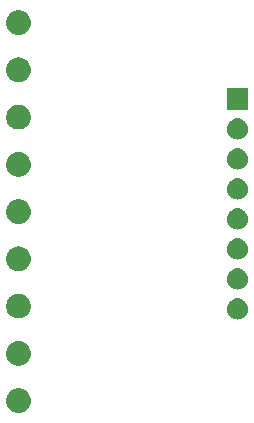
<source format=gbr>
G04 #@! TF.GenerationSoftware,KiCad,Pcbnew,8.0.2*
G04 #@! TF.CreationDate,2024-05-26T13:34:56+02:00*
G04 #@! TF.ProjectId,Playstation 2 breakout 90 degree,506c6179-7374-4617-9469-6f6e20322062,rev?*
G04 #@! TF.SameCoordinates,Original*
G04 #@! TF.FileFunction,Soldermask,Top*
G04 #@! TF.FilePolarity,Negative*
%FSLAX46Y46*%
G04 Gerber Fmt 4.6, Leading zero omitted, Abs format (unit mm)*
G04 Created by KiCad (PCBNEW 8.0.2) date 2024-05-26 13:34:56*
%MOMM*%
%LPD*%
G01*
G04 APERTURE LIST*
G04 APERTURE END LIST*
G36*
X156512938Y-96321642D02*
G01*
X156558923Y-96321642D01*
X156610139Y-96331215D01*
X156667040Y-96336820D01*
X156710261Y-96349931D01*
X156749474Y-96357261D01*
X156803785Y-96378301D01*
X156864200Y-96396628D01*
X156898720Y-96415079D01*
X156930232Y-96427287D01*
X156984977Y-96461184D01*
X157045904Y-96493750D01*
X157071506Y-96514761D01*
X157095048Y-96529338D01*
X157147212Y-96576892D01*
X157205169Y-96624456D01*
X157222342Y-96645382D01*
X157238301Y-96659930D01*
X157284629Y-96721278D01*
X157335875Y-96783721D01*
X157345783Y-96802259D01*
X157355122Y-96814625D01*
X157392274Y-96889238D01*
X157432997Y-96965425D01*
X157437340Y-96979742D01*
X157441528Y-96988153D01*
X157466267Y-97075101D01*
X157492805Y-97162585D01*
X157493676Y-97171436D01*
X157494577Y-97174600D01*
X157503938Y-97275627D01*
X157513000Y-97367625D01*
X157503938Y-97459630D01*
X157494577Y-97560649D01*
X157493676Y-97563812D01*
X157492805Y-97572665D01*
X157466262Y-97660163D01*
X157441528Y-97747096D01*
X157437341Y-97755504D01*
X157432997Y-97769825D01*
X157392267Y-97846024D01*
X157355122Y-97920624D01*
X157345785Y-97932987D01*
X157335875Y-97951529D01*
X157284620Y-98013982D01*
X157238301Y-98075319D01*
X157222345Y-98089863D01*
X157205169Y-98110794D01*
X157147201Y-98158366D01*
X157095048Y-98205911D01*
X157071511Y-98220484D01*
X157045904Y-98241500D01*
X156984965Y-98274072D01*
X156930232Y-98307962D01*
X156898726Y-98320167D01*
X156864200Y-98338622D01*
X156803773Y-98356952D01*
X156749474Y-98377988D01*
X156710268Y-98385316D01*
X156667040Y-98398430D01*
X156610136Y-98404034D01*
X156558923Y-98413608D01*
X156512938Y-98413608D01*
X156462000Y-98418625D01*
X156411062Y-98413608D01*
X156365077Y-98413608D01*
X156313863Y-98404034D01*
X156256960Y-98398430D01*
X156213732Y-98385317D01*
X156174525Y-98377988D01*
X156120221Y-98356950D01*
X156059800Y-98338622D01*
X156025275Y-98320168D01*
X155993767Y-98307962D01*
X155939027Y-98274068D01*
X155878096Y-98241500D01*
X155852491Y-98220486D01*
X155828951Y-98205911D01*
X155776788Y-98158358D01*
X155718831Y-98110794D01*
X155701656Y-98089867D01*
X155685698Y-98075319D01*
X155639367Y-98013967D01*
X155588125Y-97951529D01*
X155578216Y-97932991D01*
X155568877Y-97920624D01*
X155531717Y-97845997D01*
X155491003Y-97769825D01*
X155486660Y-97755509D01*
X155482471Y-97747096D01*
X155457721Y-97660110D01*
X155431195Y-97572665D01*
X155430323Y-97563817D01*
X155429422Y-97560649D01*
X155420044Y-97459458D01*
X155411000Y-97367625D01*
X155420044Y-97275798D01*
X155429422Y-97174600D01*
X155430323Y-97171430D01*
X155431195Y-97162585D01*
X155457716Y-97075154D01*
X155482471Y-96988153D01*
X155486661Y-96979737D01*
X155491003Y-96965425D01*
X155531710Y-96889266D01*
X155568877Y-96814625D01*
X155578218Y-96802254D01*
X155588125Y-96783721D01*
X155639357Y-96721293D01*
X155685698Y-96659930D01*
X155701660Y-96645378D01*
X155718831Y-96624456D01*
X155776777Y-96576900D01*
X155828951Y-96529338D01*
X155852496Y-96514759D01*
X155878096Y-96493750D01*
X155939015Y-96461188D01*
X155993767Y-96427287D01*
X156025282Y-96415077D01*
X156059800Y-96396628D01*
X156120209Y-96378302D01*
X156174525Y-96357261D01*
X156213739Y-96349930D01*
X156256960Y-96336820D01*
X156313860Y-96331215D01*
X156365077Y-96321642D01*
X156411062Y-96321642D01*
X156462000Y-96316625D01*
X156512938Y-96321642D01*
G37*
G36*
X156512938Y-92321642D02*
G01*
X156558923Y-92321642D01*
X156610139Y-92331215D01*
X156667040Y-92336820D01*
X156710261Y-92349931D01*
X156749474Y-92357261D01*
X156803785Y-92378301D01*
X156864200Y-92396628D01*
X156898720Y-92415079D01*
X156930232Y-92427287D01*
X156984977Y-92461184D01*
X157045904Y-92493750D01*
X157071506Y-92514761D01*
X157095048Y-92529338D01*
X157147212Y-92576892D01*
X157205169Y-92624456D01*
X157222342Y-92645382D01*
X157238301Y-92659930D01*
X157284629Y-92721278D01*
X157335875Y-92783721D01*
X157345783Y-92802259D01*
X157355122Y-92814625D01*
X157392274Y-92889238D01*
X157432997Y-92965425D01*
X157437340Y-92979742D01*
X157441528Y-92988153D01*
X157466267Y-93075101D01*
X157492805Y-93162585D01*
X157493676Y-93171436D01*
X157494577Y-93174600D01*
X157503938Y-93275627D01*
X157513000Y-93367625D01*
X157503938Y-93459630D01*
X157494577Y-93560649D01*
X157493676Y-93563812D01*
X157492805Y-93572665D01*
X157466262Y-93660163D01*
X157441528Y-93747096D01*
X157437341Y-93755504D01*
X157432997Y-93769825D01*
X157392267Y-93846024D01*
X157355122Y-93920624D01*
X157345785Y-93932987D01*
X157335875Y-93951529D01*
X157284620Y-94013982D01*
X157238301Y-94075319D01*
X157222345Y-94089863D01*
X157205169Y-94110794D01*
X157147201Y-94158366D01*
X157095048Y-94205911D01*
X157071511Y-94220484D01*
X157045904Y-94241500D01*
X156984965Y-94274072D01*
X156930232Y-94307962D01*
X156898726Y-94320167D01*
X156864200Y-94338622D01*
X156803773Y-94356952D01*
X156749474Y-94377988D01*
X156710268Y-94385316D01*
X156667040Y-94398430D01*
X156610136Y-94404034D01*
X156558923Y-94413608D01*
X156512938Y-94413608D01*
X156462000Y-94418625D01*
X156411062Y-94413608D01*
X156365077Y-94413608D01*
X156313863Y-94404034D01*
X156256960Y-94398430D01*
X156213732Y-94385317D01*
X156174525Y-94377988D01*
X156120221Y-94356950D01*
X156059800Y-94338622D01*
X156025275Y-94320168D01*
X155993767Y-94307962D01*
X155939027Y-94274068D01*
X155878096Y-94241500D01*
X155852491Y-94220486D01*
X155828951Y-94205911D01*
X155776788Y-94158358D01*
X155718831Y-94110794D01*
X155701656Y-94089867D01*
X155685698Y-94075319D01*
X155639367Y-94013967D01*
X155588125Y-93951529D01*
X155578216Y-93932991D01*
X155568877Y-93920624D01*
X155531717Y-93845997D01*
X155491003Y-93769825D01*
X155486660Y-93755509D01*
X155482471Y-93747096D01*
X155457721Y-93660110D01*
X155431195Y-93572665D01*
X155430323Y-93563817D01*
X155429422Y-93560649D01*
X155420044Y-93459458D01*
X155411000Y-93367625D01*
X155420044Y-93275798D01*
X155429422Y-93174600D01*
X155430323Y-93171430D01*
X155431195Y-93162585D01*
X155457716Y-93075154D01*
X155482471Y-92988153D01*
X155486661Y-92979737D01*
X155491003Y-92965425D01*
X155531710Y-92889266D01*
X155568877Y-92814625D01*
X155578218Y-92802254D01*
X155588125Y-92783721D01*
X155639357Y-92721293D01*
X155685698Y-92659930D01*
X155701660Y-92645378D01*
X155718831Y-92624456D01*
X155776777Y-92576900D01*
X155828951Y-92529338D01*
X155852496Y-92514759D01*
X155878096Y-92493750D01*
X155939015Y-92461188D01*
X155993767Y-92427287D01*
X156025282Y-92415077D01*
X156059800Y-92396628D01*
X156120209Y-92378302D01*
X156174525Y-92357261D01*
X156213739Y-92349930D01*
X156256960Y-92336820D01*
X156313860Y-92331215D01*
X156365077Y-92321642D01*
X156411062Y-92321642D01*
X156462000Y-92316625D01*
X156512938Y-92321642D01*
G37*
G36*
X175047983Y-88714936D02*
G01*
X175098180Y-88714936D01*
X175141524Y-88724149D01*
X175179659Y-88727905D01*
X175227566Y-88742437D01*
X175282424Y-88754098D01*
X175317530Y-88769728D01*
X175348566Y-88779143D01*
X175397884Y-88805504D01*
X175454500Y-88830711D01*
X175480822Y-88849835D01*
X175504232Y-88862348D01*
X175551988Y-88901540D01*
X175606887Y-88941427D01*
X175624711Y-88961223D01*
X175640675Y-88974324D01*
X175683572Y-89026594D01*
X175732924Y-89081405D01*
X175743292Y-89099363D01*
X175752651Y-89110767D01*
X175787273Y-89175542D01*
X175827104Y-89244530D01*
X175831685Y-89258630D01*
X175835856Y-89266433D01*
X175858852Y-89342242D01*
X175885311Y-89423672D01*
X175886242Y-89432532D01*
X175887094Y-89435340D01*
X175895384Y-89519513D01*
X175905000Y-89611000D01*
X175895383Y-89702494D01*
X175887094Y-89786659D01*
X175886242Y-89789466D01*
X175885311Y-89798328D01*
X175858848Y-89879771D01*
X175835856Y-89955566D01*
X175831686Y-89963366D01*
X175827104Y-89977470D01*
X175787266Y-90046470D01*
X175752651Y-90111232D01*
X175743294Y-90122633D01*
X175732924Y-90140595D01*
X175683563Y-90195415D01*
X175640675Y-90247675D01*
X175624714Y-90260773D01*
X175606887Y-90280573D01*
X175551977Y-90320467D01*
X175504232Y-90359651D01*
X175480827Y-90372161D01*
X175454500Y-90391289D01*
X175397873Y-90416500D01*
X175348566Y-90442856D01*
X175317537Y-90452268D01*
X175282424Y-90467902D01*
X175227555Y-90479564D01*
X175179659Y-90494094D01*
X175141532Y-90497849D01*
X175098180Y-90507064D01*
X175047973Y-90507064D01*
X175004000Y-90511395D01*
X174960027Y-90507064D01*
X174909820Y-90507064D01*
X174866467Y-90497849D01*
X174828340Y-90494094D01*
X174780441Y-90479563D01*
X174725576Y-90467902D01*
X174690464Y-90452269D01*
X174659433Y-90442856D01*
X174610120Y-90416498D01*
X174553500Y-90391289D01*
X174527175Y-90372163D01*
X174503767Y-90359651D01*
X174456013Y-90320460D01*
X174401113Y-90280573D01*
X174383287Y-90260776D01*
X174367324Y-90247675D01*
X174324425Y-90195402D01*
X174275076Y-90140595D01*
X174264708Y-90122637D01*
X174255348Y-90111232D01*
X174220719Y-90046447D01*
X174180896Y-89977470D01*
X174176315Y-89963371D01*
X174172143Y-89955566D01*
X174149136Y-89879725D01*
X174122689Y-89798328D01*
X174121758Y-89789471D01*
X174120905Y-89786659D01*
X174112600Y-89702342D01*
X174103000Y-89611000D01*
X174112599Y-89519664D01*
X174120905Y-89435340D01*
X174121758Y-89432527D01*
X174122689Y-89423672D01*
X174149132Y-89342288D01*
X174172143Y-89266433D01*
X174176315Y-89258626D01*
X174180896Y-89244530D01*
X174220712Y-89175565D01*
X174255348Y-89110767D01*
X174264710Y-89099359D01*
X174275076Y-89081405D01*
X174324416Y-89026607D01*
X174367324Y-88974324D01*
X174383291Y-88961219D01*
X174401113Y-88941427D01*
X174456002Y-88901546D01*
X174503767Y-88862348D01*
X174527180Y-88849833D01*
X174553500Y-88830711D01*
X174610109Y-88805506D01*
X174659433Y-88779143D01*
X174690471Y-88769727D01*
X174725576Y-88754098D01*
X174780430Y-88742438D01*
X174828340Y-88727905D01*
X174866476Y-88724148D01*
X174909820Y-88714936D01*
X174960016Y-88714936D01*
X175004000Y-88710604D01*
X175047983Y-88714936D01*
G37*
G36*
X156512938Y-88321642D02*
G01*
X156558923Y-88321642D01*
X156610139Y-88331215D01*
X156667040Y-88336820D01*
X156710261Y-88349931D01*
X156749474Y-88357261D01*
X156803785Y-88378301D01*
X156864200Y-88396628D01*
X156898720Y-88415079D01*
X156930232Y-88427287D01*
X156984977Y-88461184D01*
X157045904Y-88493750D01*
X157071506Y-88514761D01*
X157095048Y-88529338D01*
X157147212Y-88576892D01*
X157205169Y-88624456D01*
X157222342Y-88645382D01*
X157238301Y-88659930D01*
X157284629Y-88721278D01*
X157335875Y-88783721D01*
X157345783Y-88802259D01*
X157355122Y-88814625D01*
X157392274Y-88889238D01*
X157432997Y-88965425D01*
X157437340Y-88979742D01*
X157441528Y-88988153D01*
X157466267Y-89075101D01*
X157492805Y-89162585D01*
X157493676Y-89171436D01*
X157494577Y-89174600D01*
X157503938Y-89275627D01*
X157513000Y-89367625D01*
X157503938Y-89459630D01*
X157494577Y-89560649D01*
X157493676Y-89563812D01*
X157492805Y-89572665D01*
X157466262Y-89660163D01*
X157441528Y-89747096D01*
X157437341Y-89755504D01*
X157432997Y-89769825D01*
X157392267Y-89846024D01*
X157355122Y-89920624D01*
X157345785Y-89932987D01*
X157335875Y-89951529D01*
X157284620Y-90013982D01*
X157238301Y-90075319D01*
X157222345Y-90089863D01*
X157205169Y-90110794D01*
X157147201Y-90158366D01*
X157095048Y-90205911D01*
X157071511Y-90220484D01*
X157045904Y-90241500D01*
X156984965Y-90274072D01*
X156930232Y-90307962D01*
X156898726Y-90320167D01*
X156864200Y-90338622D01*
X156803773Y-90356952D01*
X156749474Y-90377988D01*
X156710268Y-90385316D01*
X156667040Y-90398430D01*
X156610136Y-90404034D01*
X156558923Y-90413608D01*
X156512938Y-90413608D01*
X156462000Y-90418625D01*
X156411062Y-90413608D01*
X156365077Y-90413608D01*
X156313863Y-90404034D01*
X156256960Y-90398430D01*
X156213732Y-90385317D01*
X156174525Y-90377988D01*
X156120221Y-90356950D01*
X156059800Y-90338622D01*
X156025275Y-90320168D01*
X155993767Y-90307962D01*
X155939027Y-90274068D01*
X155878096Y-90241500D01*
X155852491Y-90220486D01*
X155828951Y-90205911D01*
X155776788Y-90158358D01*
X155718831Y-90110794D01*
X155701656Y-90089867D01*
X155685698Y-90075319D01*
X155639367Y-90013967D01*
X155588125Y-89951529D01*
X155578216Y-89932991D01*
X155568877Y-89920624D01*
X155531717Y-89845997D01*
X155491003Y-89769825D01*
X155486660Y-89755509D01*
X155482471Y-89747096D01*
X155457721Y-89660110D01*
X155431195Y-89572665D01*
X155430323Y-89563817D01*
X155429422Y-89560649D01*
X155420044Y-89459458D01*
X155411000Y-89367625D01*
X155420044Y-89275798D01*
X155429422Y-89174600D01*
X155430323Y-89171430D01*
X155431195Y-89162585D01*
X155457716Y-89075154D01*
X155482471Y-88988153D01*
X155486661Y-88979737D01*
X155491003Y-88965425D01*
X155531710Y-88889266D01*
X155568877Y-88814625D01*
X155578218Y-88802254D01*
X155588125Y-88783721D01*
X155639357Y-88721293D01*
X155685698Y-88659930D01*
X155701660Y-88645378D01*
X155718831Y-88624456D01*
X155776777Y-88576900D01*
X155828951Y-88529338D01*
X155852496Y-88514759D01*
X155878096Y-88493750D01*
X155939015Y-88461188D01*
X155993767Y-88427287D01*
X156025282Y-88415077D01*
X156059800Y-88396628D01*
X156120209Y-88378302D01*
X156174525Y-88357261D01*
X156213739Y-88349930D01*
X156256960Y-88336820D01*
X156313860Y-88331215D01*
X156365077Y-88321642D01*
X156411062Y-88321642D01*
X156462000Y-88316625D01*
X156512938Y-88321642D01*
G37*
G36*
X175047983Y-86174936D02*
G01*
X175098180Y-86174936D01*
X175141524Y-86184149D01*
X175179659Y-86187905D01*
X175227566Y-86202437D01*
X175282424Y-86214098D01*
X175317530Y-86229728D01*
X175348566Y-86239143D01*
X175397884Y-86265504D01*
X175454500Y-86290711D01*
X175480822Y-86309835D01*
X175504232Y-86322348D01*
X175551988Y-86361540D01*
X175606887Y-86401427D01*
X175624711Y-86421223D01*
X175640675Y-86434324D01*
X175683572Y-86486594D01*
X175732924Y-86541405D01*
X175743292Y-86559363D01*
X175752651Y-86570767D01*
X175787273Y-86635542D01*
X175827104Y-86704530D01*
X175831685Y-86718630D01*
X175835856Y-86726433D01*
X175858852Y-86802242D01*
X175885311Y-86883672D01*
X175886242Y-86892532D01*
X175887094Y-86895340D01*
X175895384Y-86979513D01*
X175905000Y-87071000D01*
X175895383Y-87162494D01*
X175887094Y-87246659D01*
X175886242Y-87249466D01*
X175885311Y-87258328D01*
X175858848Y-87339771D01*
X175835856Y-87415566D01*
X175831686Y-87423366D01*
X175827104Y-87437470D01*
X175787266Y-87506470D01*
X175752651Y-87571232D01*
X175743294Y-87582633D01*
X175732924Y-87600595D01*
X175683563Y-87655415D01*
X175640675Y-87707675D01*
X175624714Y-87720773D01*
X175606887Y-87740573D01*
X175551977Y-87780467D01*
X175504232Y-87819651D01*
X175480827Y-87832161D01*
X175454500Y-87851289D01*
X175397873Y-87876500D01*
X175348566Y-87902856D01*
X175317537Y-87912268D01*
X175282424Y-87927902D01*
X175227555Y-87939564D01*
X175179659Y-87954094D01*
X175141532Y-87957849D01*
X175098180Y-87967064D01*
X175047973Y-87967064D01*
X175004000Y-87971395D01*
X174960027Y-87967064D01*
X174909820Y-87967064D01*
X174866467Y-87957849D01*
X174828340Y-87954094D01*
X174780441Y-87939563D01*
X174725576Y-87927902D01*
X174690464Y-87912269D01*
X174659433Y-87902856D01*
X174610120Y-87876498D01*
X174553500Y-87851289D01*
X174527175Y-87832163D01*
X174503767Y-87819651D01*
X174456013Y-87780460D01*
X174401113Y-87740573D01*
X174383287Y-87720776D01*
X174367324Y-87707675D01*
X174324425Y-87655402D01*
X174275076Y-87600595D01*
X174264708Y-87582637D01*
X174255348Y-87571232D01*
X174220719Y-87506447D01*
X174180896Y-87437470D01*
X174176315Y-87423371D01*
X174172143Y-87415566D01*
X174149136Y-87339725D01*
X174122689Y-87258328D01*
X174121758Y-87249471D01*
X174120905Y-87246659D01*
X174112600Y-87162342D01*
X174103000Y-87071000D01*
X174112599Y-86979664D01*
X174120905Y-86895340D01*
X174121758Y-86892527D01*
X174122689Y-86883672D01*
X174149132Y-86802288D01*
X174172143Y-86726433D01*
X174176315Y-86718626D01*
X174180896Y-86704530D01*
X174220712Y-86635565D01*
X174255348Y-86570767D01*
X174264710Y-86559359D01*
X174275076Y-86541405D01*
X174324416Y-86486607D01*
X174367324Y-86434324D01*
X174383291Y-86421219D01*
X174401113Y-86401427D01*
X174456002Y-86361546D01*
X174503767Y-86322348D01*
X174527180Y-86309833D01*
X174553500Y-86290711D01*
X174610109Y-86265506D01*
X174659433Y-86239143D01*
X174690471Y-86229727D01*
X174725576Y-86214098D01*
X174780430Y-86202438D01*
X174828340Y-86187905D01*
X174866476Y-86184148D01*
X174909820Y-86174936D01*
X174960016Y-86174936D01*
X175004000Y-86170604D01*
X175047983Y-86174936D01*
G37*
G36*
X156512938Y-84321642D02*
G01*
X156558923Y-84321642D01*
X156610139Y-84331215D01*
X156667040Y-84336820D01*
X156710261Y-84349931D01*
X156749474Y-84357261D01*
X156803785Y-84378301D01*
X156864200Y-84396628D01*
X156898720Y-84415079D01*
X156930232Y-84427287D01*
X156984977Y-84461184D01*
X157045904Y-84493750D01*
X157071506Y-84514761D01*
X157095048Y-84529338D01*
X157147212Y-84576892D01*
X157205169Y-84624456D01*
X157222342Y-84645382D01*
X157238301Y-84659930D01*
X157284629Y-84721278D01*
X157335875Y-84783721D01*
X157345783Y-84802259D01*
X157355122Y-84814625D01*
X157392274Y-84889238D01*
X157432997Y-84965425D01*
X157437340Y-84979742D01*
X157441528Y-84988153D01*
X157466267Y-85075101D01*
X157492805Y-85162585D01*
X157493676Y-85171436D01*
X157494577Y-85174600D01*
X157503938Y-85275627D01*
X157513000Y-85367625D01*
X157503938Y-85459630D01*
X157494577Y-85560649D01*
X157493676Y-85563812D01*
X157492805Y-85572665D01*
X157466262Y-85660163D01*
X157441528Y-85747096D01*
X157437341Y-85755504D01*
X157432997Y-85769825D01*
X157392267Y-85846024D01*
X157355122Y-85920624D01*
X157345785Y-85932987D01*
X157335875Y-85951529D01*
X157284620Y-86013982D01*
X157238301Y-86075319D01*
X157222345Y-86089863D01*
X157205169Y-86110794D01*
X157147201Y-86158366D01*
X157095048Y-86205911D01*
X157071511Y-86220484D01*
X157045904Y-86241500D01*
X156984965Y-86274072D01*
X156930232Y-86307962D01*
X156898726Y-86320167D01*
X156864200Y-86338622D01*
X156803773Y-86356952D01*
X156749474Y-86377988D01*
X156710268Y-86385316D01*
X156667040Y-86398430D01*
X156610136Y-86404034D01*
X156558923Y-86413608D01*
X156512938Y-86413608D01*
X156462000Y-86418625D01*
X156411062Y-86413608D01*
X156365077Y-86413608D01*
X156313863Y-86404034D01*
X156256960Y-86398430D01*
X156213732Y-86385317D01*
X156174525Y-86377988D01*
X156120221Y-86356950D01*
X156059800Y-86338622D01*
X156025275Y-86320168D01*
X155993767Y-86307962D01*
X155939027Y-86274068D01*
X155878096Y-86241500D01*
X155852491Y-86220486D01*
X155828951Y-86205911D01*
X155776788Y-86158358D01*
X155718831Y-86110794D01*
X155701656Y-86089867D01*
X155685698Y-86075319D01*
X155639367Y-86013967D01*
X155588125Y-85951529D01*
X155578216Y-85932991D01*
X155568877Y-85920624D01*
X155531717Y-85845997D01*
X155491003Y-85769825D01*
X155486660Y-85755509D01*
X155482471Y-85747096D01*
X155457721Y-85660110D01*
X155431195Y-85572665D01*
X155430323Y-85563817D01*
X155429422Y-85560649D01*
X155420044Y-85459458D01*
X155411000Y-85367625D01*
X155420044Y-85275798D01*
X155429422Y-85174600D01*
X155430323Y-85171430D01*
X155431195Y-85162585D01*
X155457716Y-85075154D01*
X155482471Y-84988153D01*
X155486661Y-84979737D01*
X155491003Y-84965425D01*
X155531710Y-84889266D01*
X155568877Y-84814625D01*
X155578218Y-84802254D01*
X155588125Y-84783721D01*
X155639357Y-84721293D01*
X155685698Y-84659930D01*
X155701660Y-84645378D01*
X155718831Y-84624456D01*
X155776777Y-84576900D01*
X155828951Y-84529338D01*
X155852496Y-84514759D01*
X155878096Y-84493750D01*
X155939015Y-84461188D01*
X155993767Y-84427287D01*
X156025282Y-84415077D01*
X156059800Y-84396628D01*
X156120209Y-84378302D01*
X156174525Y-84357261D01*
X156213739Y-84349930D01*
X156256960Y-84336820D01*
X156313860Y-84331215D01*
X156365077Y-84321642D01*
X156411062Y-84321642D01*
X156462000Y-84316625D01*
X156512938Y-84321642D01*
G37*
G36*
X175047983Y-83634936D02*
G01*
X175098180Y-83634936D01*
X175141524Y-83644149D01*
X175179659Y-83647905D01*
X175227566Y-83662437D01*
X175282424Y-83674098D01*
X175317530Y-83689728D01*
X175348566Y-83699143D01*
X175397884Y-83725504D01*
X175454500Y-83750711D01*
X175480822Y-83769835D01*
X175504232Y-83782348D01*
X175551988Y-83821540D01*
X175606887Y-83861427D01*
X175624711Y-83881223D01*
X175640675Y-83894324D01*
X175683572Y-83946594D01*
X175732924Y-84001405D01*
X175743292Y-84019363D01*
X175752651Y-84030767D01*
X175787273Y-84095542D01*
X175827104Y-84164530D01*
X175831685Y-84178630D01*
X175835856Y-84186433D01*
X175858852Y-84262242D01*
X175885311Y-84343672D01*
X175886242Y-84352532D01*
X175887094Y-84355340D01*
X175895384Y-84439513D01*
X175905000Y-84531000D01*
X175895383Y-84622494D01*
X175887094Y-84706659D01*
X175886242Y-84709466D01*
X175885311Y-84718328D01*
X175858848Y-84799771D01*
X175835856Y-84875566D01*
X175831686Y-84883366D01*
X175827104Y-84897470D01*
X175787266Y-84966470D01*
X175752651Y-85031232D01*
X175743294Y-85042633D01*
X175732924Y-85060595D01*
X175683563Y-85115415D01*
X175640675Y-85167675D01*
X175624714Y-85180773D01*
X175606887Y-85200573D01*
X175551977Y-85240467D01*
X175504232Y-85279651D01*
X175480827Y-85292161D01*
X175454500Y-85311289D01*
X175397873Y-85336500D01*
X175348566Y-85362856D01*
X175317537Y-85372268D01*
X175282424Y-85387902D01*
X175227555Y-85399564D01*
X175179659Y-85414094D01*
X175141532Y-85417849D01*
X175098180Y-85427064D01*
X175047973Y-85427064D01*
X175004000Y-85431395D01*
X174960027Y-85427064D01*
X174909820Y-85427064D01*
X174866467Y-85417849D01*
X174828340Y-85414094D01*
X174780441Y-85399563D01*
X174725576Y-85387902D01*
X174690464Y-85372269D01*
X174659433Y-85362856D01*
X174610120Y-85336498D01*
X174553500Y-85311289D01*
X174527175Y-85292163D01*
X174503767Y-85279651D01*
X174456013Y-85240460D01*
X174401113Y-85200573D01*
X174383287Y-85180776D01*
X174367324Y-85167675D01*
X174324425Y-85115402D01*
X174275076Y-85060595D01*
X174264708Y-85042637D01*
X174255348Y-85031232D01*
X174220719Y-84966447D01*
X174180896Y-84897470D01*
X174176315Y-84883371D01*
X174172143Y-84875566D01*
X174149136Y-84799725D01*
X174122689Y-84718328D01*
X174121758Y-84709471D01*
X174120905Y-84706659D01*
X174112600Y-84622342D01*
X174103000Y-84531000D01*
X174112599Y-84439664D01*
X174120905Y-84355340D01*
X174121758Y-84352527D01*
X174122689Y-84343672D01*
X174149132Y-84262288D01*
X174172143Y-84186433D01*
X174176315Y-84178626D01*
X174180896Y-84164530D01*
X174220712Y-84095565D01*
X174255348Y-84030767D01*
X174264710Y-84019359D01*
X174275076Y-84001405D01*
X174324416Y-83946607D01*
X174367324Y-83894324D01*
X174383291Y-83881219D01*
X174401113Y-83861427D01*
X174456002Y-83821546D01*
X174503767Y-83782348D01*
X174527180Y-83769833D01*
X174553500Y-83750711D01*
X174610109Y-83725506D01*
X174659433Y-83699143D01*
X174690471Y-83689727D01*
X174725576Y-83674098D01*
X174780430Y-83662438D01*
X174828340Y-83647905D01*
X174866476Y-83644148D01*
X174909820Y-83634936D01*
X174960016Y-83634936D01*
X175004000Y-83630604D01*
X175047983Y-83634936D01*
G37*
G36*
X175047983Y-81094936D02*
G01*
X175098180Y-81094936D01*
X175141524Y-81104149D01*
X175179659Y-81107905D01*
X175227566Y-81122437D01*
X175282424Y-81134098D01*
X175317530Y-81149728D01*
X175348566Y-81159143D01*
X175397884Y-81185504D01*
X175454500Y-81210711D01*
X175480822Y-81229835D01*
X175504232Y-81242348D01*
X175551988Y-81281540D01*
X175606887Y-81321427D01*
X175624711Y-81341223D01*
X175640675Y-81354324D01*
X175683572Y-81406594D01*
X175732924Y-81461405D01*
X175743292Y-81479363D01*
X175752651Y-81490767D01*
X175787273Y-81555542D01*
X175827104Y-81624530D01*
X175831685Y-81638630D01*
X175835856Y-81646433D01*
X175858852Y-81722242D01*
X175885311Y-81803672D01*
X175886242Y-81812532D01*
X175887094Y-81815340D01*
X175895384Y-81899513D01*
X175905000Y-81991000D01*
X175895383Y-82082494D01*
X175887094Y-82166659D01*
X175886242Y-82169466D01*
X175885311Y-82178328D01*
X175858848Y-82259771D01*
X175835856Y-82335566D01*
X175831686Y-82343366D01*
X175827104Y-82357470D01*
X175787266Y-82426470D01*
X175752651Y-82491232D01*
X175743294Y-82502633D01*
X175732924Y-82520595D01*
X175683563Y-82575415D01*
X175640675Y-82627675D01*
X175624714Y-82640773D01*
X175606887Y-82660573D01*
X175551977Y-82700467D01*
X175504232Y-82739651D01*
X175480827Y-82752161D01*
X175454500Y-82771289D01*
X175397873Y-82796500D01*
X175348566Y-82822856D01*
X175317537Y-82832268D01*
X175282424Y-82847902D01*
X175227555Y-82859564D01*
X175179659Y-82874094D01*
X175141532Y-82877849D01*
X175098180Y-82887064D01*
X175047973Y-82887064D01*
X175004000Y-82891395D01*
X174960027Y-82887064D01*
X174909820Y-82887064D01*
X174866467Y-82877849D01*
X174828340Y-82874094D01*
X174780441Y-82859563D01*
X174725576Y-82847902D01*
X174690464Y-82832269D01*
X174659433Y-82822856D01*
X174610120Y-82796498D01*
X174553500Y-82771289D01*
X174527175Y-82752163D01*
X174503767Y-82739651D01*
X174456013Y-82700460D01*
X174401113Y-82660573D01*
X174383287Y-82640776D01*
X174367324Y-82627675D01*
X174324425Y-82575402D01*
X174275076Y-82520595D01*
X174264708Y-82502637D01*
X174255348Y-82491232D01*
X174220719Y-82426447D01*
X174180896Y-82357470D01*
X174176315Y-82343371D01*
X174172143Y-82335566D01*
X174149136Y-82259725D01*
X174122689Y-82178328D01*
X174121758Y-82169471D01*
X174120905Y-82166659D01*
X174112600Y-82082342D01*
X174103000Y-81991000D01*
X174112599Y-81899664D01*
X174120905Y-81815340D01*
X174121758Y-81812527D01*
X174122689Y-81803672D01*
X174149132Y-81722288D01*
X174172143Y-81646433D01*
X174176315Y-81638626D01*
X174180896Y-81624530D01*
X174220712Y-81555565D01*
X174255348Y-81490767D01*
X174264710Y-81479359D01*
X174275076Y-81461405D01*
X174324416Y-81406607D01*
X174367324Y-81354324D01*
X174383291Y-81341219D01*
X174401113Y-81321427D01*
X174456002Y-81281546D01*
X174503767Y-81242348D01*
X174527180Y-81229833D01*
X174553500Y-81210711D01*
X174610109Y-81185506D01*
X174659433Y-81159143D01*
X174690471Y-81149727D01*
X174725576Y-81134098D01*
X174780430Y-81122438D01*
X174828340Y-81107905D01*
X174866476Y-81104148D01*
X174909820Y-81094936D01*
X174960016Y-81094936D01*
X175004000Y-81090604D01*
X175047983Y-81094936D01*
G37*
G36*
X156512938Y-80321642D02*
G01*
X156558923Y-80321642D01*
X156610139Y-80331215D01*
X156667040Y-80336820D01*
X156710261Y-80349931D01*
X156749474Y-80357261D01*
X156803785Y-80378301D01*
X156864200Y-80396628D01*
X156898720Y-80415079D01*
X156930232Y-80427287D01*
X156984977Y-80461184D01*
X157045904Y-80493750D01*
X157071506Y-80514761D01*
X157095048Y-80529338D01*
X157147212Y-80576892D01*
X157205169Y-80624456D01*
X157222342Y-80645382D01*
X157238301Y-80659930D01*
X157284629Y-80721278D01*
X157335875Y-80783721D01*
X157345783Y-80802259D01*
X157355122Y-80814625D01*
X157392274Y-80889238D01*
X157432997Y-80965425D01*
X157437340Y-80979742D01*
X157441528Y-80988153D01*
X157466267Y-81075101D01*
X157492805Y-81162585D01*
X157493676Y-81171436D01*
X157494577Y-81174600D01*
X157503938Y-81275627D01*
X157513000Y-81367625D01*
X157503938Y-81459630D01*
X157494577Y-81560649D01*
X157493676Y-81563812D01*
X157492805Y-81572665D01*
X157466262Y-81660163D01*
X157441528Y-81747096D01*
X157437341Y-81755504D01*
X157432997Y-81769825D01*
X157392267Y-81846024D01*
X157355122Y-81920624D01*
X157345785Y-81932987D01*
X157335875Y-81951529D01*
X157284620Y-82013982D01*
X157238301Y-82075319D01*
X157222345Y-82089863D01*
X157205169Y-82110794D01*
X157147201Y-82158366D01*
X157095048Y-82205911D01*
X157071511Y-82220484D01*
X157045904Y-82241500D01*
X156984965Y-82274072D01*
X156930232Y-82307962D01*
X156898726Y-82320167D01*
X156864200Y-82338622D01*
X156803773Y-82356952D01*
X156749474Y-82377988D01*
X156710268Y-82385316D01*
X156667040Y-82398430D01*
X156610136Y-82404034D01*
X156558923Y-82413608D01*
X156512938Y-82413608D01*
X156462000Y-82418625D01*
X156411062Y-82413608D01*
X156365077Y-82413608D01*
X156313863Y-82404034D01*
X156256960Y-82398430D01*
X156213732Y-82385317D01*
X156174525Y-82377988D01*
X156120221Y-82356950D01*
X156059800Y-82338622D01*
X156025275Y-82320168D01*
X155993767Y-82307962D01*
X155939027Y-82274068D01*
X155878096Y-82241500D01*
X155852491Y-82220486D01*
X155828951Y-82205911D01*
X155776788Y-82158358D01*
X155718831Y-82110794D01*
X155701656Y-82089867D01*
X155685698Y-82075319D01*
X155639367Y-82013967D01*
X155588125Y-81951529D01*
X155578216Y-81932991D01*
X155568877Y-81920624D01*
X155531717Y-81845997D01*
X155491003Y-81769825D01*
X155486660Y-81755509D01*
X155482471Y-81747096D01*
X155457721Y-81660110D01*
X155431195Y-81572665D01*
X155430323Y-81563817D01*
X155429422Y-81560649D01*
X155420044Y-81459458D01*
X155411000Y-81367625D01*
X155420044Y-81275798D01*
X155429422Y-81174600D01*
X155430323Y-81171430D01*
X155431195Y-81162585D01*
X155457716Y-81075154D01*
X155482471Y-80988153D01*
X155486661Y-80979737D01*
X155491003Y-80965425D01*
X155531710Y-80889266D01*
X155568877Y-80814625D01*
X155578218Y-80802254D01*
X155588125Y-80783721D01*
X155639357Y-80721293D01*
X155685698Y-80659930D01*
X155701660Y-80645378D01*
X155718831Y-80624456D01*
X155776777Y-80576900D01*
X155828951Y-80529338D01*
X155852496Y-80514759D01*
X155878096Y-80493750D01*
X155939015Y-80461188D01*
X155993767Y-80427287D01*
X156025282Y-80415077D01*
X156059800Y-80396628D01*
X156120209Y-80378302D01*
X156174525Y-80357261D01*
X156213739Y-80349930D01*
X156256960Y-80336820D01*
X156313860Y-80331215D01*
X156365077Y-80321642D01*
X156411062Y-80321642D01*
X156462000Y-80316625D01*
X156512938Y-80321642D01*
G37*
G36*
X175047983Y-78554936D02*
G01*
X175098180Y-78554936D01*
X175141524Y-78564149D01*
X175179659Y-78567905D01*
X175227566Y-78582437D01*
X175282424Y-78594098D01*
X175317530Y-78609728D01*
X175348566Y-78619143D01*
X175397884Y-78645504D01*
X175454500Y-78670711D01*
X175480822Y-78689835D01*
X175504232Y-78702348D01*
X175551988Y-78741540D01*
X175606887Y-78781427D01*
X175624711Y-78801223D01*
X175640675Y-78814324D01*
X175683572Y-78866594D01*
X175732924Y-78921405D01*
X175743292Y-78939363D01*
X175752651Y-78950767D01*
X175787273Y-79015542D01*
X175827104Y-79084530D01*
X175831685Y-79098630D01*
X175835856Y-79106433D01*
X175858852Y-79182242D01*
X175885311Y-79263672D01*
X175886242Y-79272532D01*
X175887094Y-79275340D01*
X175895384Y-79359513D01*
X175905000Y-79451000D01*
X175895383Y-79542494D01*
X175887094Y-79626659D01*
X175886242Y-79629466D01*
X175885311Y-79638328D01*
X175858848Y-79719771D01*
X175835856Y-79795566D01*
X175831686Y-79803366D01*
X175827104Y-79817470D01*
X175787266Y-79886470D01*
X175752651Y-79951232D01*
X175743294Y-79962633D01*
X175732924Y-79980595D01*
X175683563Y-80035415D01*
X175640675Y-80087675D01*
X175624714Y-80100773D01*
X175606887Y-80120573D01*
X175551977Y-80160467D01*
X175504232Y-80199651D01*
X175480827Y-80212161D01*
X175454500Y-80231289D01*
X175397873Y-80256500D01*
X175348566Y-80282856D01*
X175317537Y-80292268D01*
X175282424Y-80307902D01*
X175227555Y-80319564D01*
X175179659Y-80334094D01*
X175141532Y-80337849D01*
X175098180Y-80347064D01*
X175047973Y-80347064D01*
X175004000Y-80351395D01*
X174960027Y-80347064D01*
X174909820Y-80347064D01*
X174866467Y-80337849D01*
X174828340Y-80334094D01*
X174780441Y-80319563D01*
X174725576Y-80307902D01*
X174690464Y-80292269D01*
X174659433Y-80282856D01*
X174610120Y-80256498D01*
X174553500Y-80231289D01*
X174527175Y-80212163D01*
X174503767Y-80199651D01*
X174456013Y-80160460D01*
X174401113Y-80120573D01*
X174383287Y-80100776D01*
X174367324Y-80087675D01*
X174324425Y-80035402D01*
X174275076Y-79980595D01*
X174264708Y-79962637D01*
X174255348Y-79951232D01*
X174220719Y-79886447D01*
X174180896Y-79817470D01*
X174176315Y-79803371D01*
X174172143Y-79795566D01*
X174149136Y-79719725D01*
X174122689Y-79638328D01*
X174121758Y-79629471D01*
X174120905Y-79626659D01*
X174112600Y-79542342D01*
X174103000Y-79451000D01*
X174112599Y-79359664D01*
X174120905Y-79275340D01*
X174121758Y-79272527D01*
X174122689Y-79263672D01*
X174149132Y-79182288D01*
X174172143Y-79106433D01*
X174176315Y-79098626D01*
X174180896Y-79084530D01*
X174220712Y-79015565D01*
X174255348Y-78950767D01*
X174264710Y-78939359D01*
X174275076Y-78921405D01*
X174324416Y-78866607D01*
X174367324Y-78814324D01*
X174383291Y-78801219D01*
X174401113Y-78781427D01*
X174456002Y-78741546D01*
X174503767Y-78702348D01*
X174527180Y-78689833D01*
X174553500Y-78670711D01*
X174610109Y-78645506D01*
X174659433Y-78619143D01*
X174690471Y-78609727D01*
X174725576Y-78594098D01*
X174780430Y-78582438D01*
X174828340Y-78567905D01*
X174866476Y-78564148D01*
X174909820Y-78554936D01*
X174960016Y-78554936D01*
X175004000Y-78550604D01*
X175047983Y-78554936D01*
G37*
G36*
X156512938Y-76321642D02*
G01*
X156558923Y-76321642D01*
X156610139Y-76331215D01*
X156667040Y-76336820D01*
X156710261Y-76349931D01*
X156749474Y-76357261D01*
X156803785Y-76378301D01*
X156864200Y-76396628D01*
X156898720Y-76415079D01*
X156930232Y-76427287D01*
X156984977Y-76461184D01*
X157045904Y-76493750D01*
X157071506Y-76514761D01*
X157095048Y-76529338D01*
X157147212Y-76576892D01*
X157205169Y-76624456D01*
X157222342Y-76645382D01*
X157238301Y-76659930D01*
X157284629Y-76721278D01*
X157335875Y-76783721D01*
X157345783Y-76802259D01*
X157355122Y-76814625D01*
X157392274Y-76889238D01*
X157432997Y-76965425D01*
X157437340Y-76979742D01*
X157441528Y-76988153D01*
X157466267Y-77075101D01*
X157492805Y-77162585D01*
X157493676Y-77171436D01*
X157494577Y-77174600D01*
X157503938Y-77275627D01*
X157513000Y-77367625D01*
X157503938Y-77459630D01*
X157494577Y-77560649D01*
X157493676Y-77563812D01*
X157492805Y-77572665D01*
X157466262Y-77660163D01*
X157441528Y-77747096D01*
X157437341Y-77755504D01*
X157432997Y-77769825D01*
X157392267Y-77846024D01*
X157355122Y-77920624D01*
X157345785Y-77932987D01*
X157335875Y-77951529D01*
X157284620Y-78013982D01*
X157238301Y-78075319D01*
X157222345Y-78089863D01*
X157205169Y-78110794D01*
X157147201Y-78158366D01*
X157095048Y-78205911D01*
X157071511Y-78220484D01*
X157045904Y-78241500D01*
X156984965Y-78274072D01*
X156930232Y-78307962D01*
X156898726Y-78320167D01*
X156864200Y-78338622D01*
X156803773Y-78356952D01*
X156749474Y-78377988D01*
X156710268Y-78385316D01*
X156667040Y-78398430D01*
X156610136Y-78404034D01*
X156558923Y-78413608D01*
X156512938Y-78413608D01*
X156462000Y-78418625D01*
X156411062Y-78413608D01*
X156365077Y-78413608D01*
X156313863Y-78404034D01*
X156256960Y-78398430D01*
X156213732Y-78385317D01*
X156174525Y-78377988D01*
X156120221Y-78356950D01*
X156059800Y-78338622D01*
X156025275Y-78320168D01*
X155993767Y-78307962D01*
X155939027Y-78274068D01*
X155878096Y-78241500D01*
X155852491Y-78220486D01*
X155828951Y-78205911D01*
X155776788Y-78158358D01*
X155718831Y-78110794D01*
X155701656Y-78089867D01*
X155685698Y-78075319D01*
X155639367Y-78013967D01*
X155588125Y-77951529D01*
X155578216Y-77932991D01*
X155568877Y-77920624D01*
X155531717Y-77845997D01*
X155491003Y-77769825D01*
X155486660Y-77755509D01*
X155482471Y-77747096D01*
X155457721Y-77660110D01*
X155431195Y-77572665D01*
X155430323Y-77563817D01*
X155429422Y-77560649D01*
X155420044Y-77459458D01*
X155411000Y-77367625D01*
X155420044Y-77275798D01*
X155429422Y-77174600D01*
X155430323Y-77171430D01*
X155431195Y-77162585D01*
X155457716Y-77075154D01*
X155482471Y-76988153D01*
X155486661Y-76979737D01*
X155491003Y-76965425D01*
X155531710Y-76889266D01*
X155568877Y-76814625D01*
X155578218Y-76802254D01*
X155588125Y-76783721D01*
X155639357Y-76721293D01*
X155685698Y-76659930D01*
X155701660Y-76645378D01*
X155718831Y-76624456D01*
X155776777Y-76576900D01*
X155828951Y-76529338D01*
X155852496Y-76514759D01*
X155878096Y-76493750D01*
X155939015Y-76461188D01*
X155993767Y-76427287D01*
X156025282Y-76415077D01*
X156059800Y-76396628D01*
X156120209Y-76378302D01*
X156174525Y-76357261D01*
X156213739Y-76349930D01*
X156256960Y-76336820D01*
X156313860Y-76331215D01*
X156365077Y-76321642D01*
X156411062Y-76321642D01*
X156462000Y-76316625D01*
X156512938Y-76321642D01*
G37*
G36*
X175047983Y-76014936D02*
G01*
X175098180Y-76014936D01*
X175141524Y-76024149D01*
X175179659Y-76027905D01*
X175227566Y-76042437D01*
X175282424Y-76054098D01*
X175317530Y-76069728D01*
X175348566Y-76079143D01*
X175397884Y-76105504D01*
X175454500Y-76130711D01*
X175480822Y-76149835D01*
X175504232Y-76162348D01*
X175551988Y-76201540D01*
X175606887Y-76241427D01*
X175624711Y-76261223D01*
X175640675Y-76274324D01*
X175683572Y-76326594D01*
X175732924Y-76381405D01*
X175743292Y-76399363D01*
X175752651Y-76410767D01*
X175787273Y-76475542D01*
X175827104Y-76544530D01*
X175831685Y-76558630D01*
X175835856Y-76566433D01*
X175858852Y-76642242D01*
X175885311Y-76723672D01*
X175886242Y-76732532D01*
X175887094Y-76735340D01*
X175895384Y-76819513D01*
X175905000Y-76911000D01*
X175895383Y-77002494D01*
X175887094Y-77086659D01*
X175886242Y-77089466D01*
X175885311Y-77098328D01*
X175858848Y-77179771D01*
X175835856Y-77255566D01*
X175831686Y-77263366D01*
X175827104Y-77277470D01*
X175787266Y-77346470D01*
X175752651Y-77411232D01*
X175743294Y-77422633D01*
X175732924Y-77440595D01*
X175683563Y-77495415D01*
X175640675Y-77547675D01*
X175624714Y-77560773D01*
X175606887Y-77580573D01*
X175551977Y-77620467D01*
X175504232Y-77659651D01*
X175480827Y-77672161D01*
X175454500Y-77691289D01*
X175397873Y-77716500D01*
X175348566Y-77742856D01*
X175317537Y-77752268D01*
X175282424Y-77767902D01*
X175227555Y-77779564D01*
X175179659Y-77794094D01*
X175141532Y-77797849D01*
X175098180Y-77807064D01*
X175047973Y-77807064D01*
X175004000Y-77811395D01*
X174960027Y-77807064D01*
X174909820Y-77807064D01*
X174866467Y-77797849D01*
X174828340Y-77794094D01*
X174780441Y-77779563D01*
X174725576Y-77767902D01*
X174690464Y-77752269D01*
X174659433Y-77742856D01*
X174610120Y-77716498D01*
X174553500Y-77691289D01*
X174527175Y-77672163D01*
X174503767Y-77659651D01*
X174456013Y-77620460D01*
X174401113Y-77580573D01*
X174383287Y-77560776D01*
X174367324Y-77547675D01*
X174324425Y-77495402D01*
X174275076Y-77440595D01*
X174264708Y-77422637D01*
X174255348Y-77411232D01*
X174220719Y-77346447D01*
X174180896Y-77277470D01*
X174176315Y-77263371D01*
X174172143Y-77255566D01*
X174149136Y-77179725D01*
X174122689Y-77098328D01*
X174121758Y-77089471D01*
X174120905Y-77086659D01*
X174112600Y-77002342D01*
X174103000Y-76911000D01*
X174112599Y-76819664D01*
X174120905Y-76735340D01*
X174121758Y-76732527D01*
X174122689Y-76723672D01*
X174149132Y-76642288D01*
X174172143Y-76566433D01*
X174176315Y-76558626D01*
X174180896Y-76544530D01*
X174220712Y-76475565D01*
X174255348Y-76410767D01*
X174264710Y-76399359D01*
X174275076Y-76381405D01*
X174324416Y-76326607D01*
X174367324Y-76274324D01*
X174383291Y-76261219D01*
X174401113Y-76241427D01*
X174456002Y-76201546D01*
X174503767Y-76162348D01*
X174527180Y-76149833D01*
X174553500Y-76130711D01*
X174610109Y-76105506D01*
X174659433Y-76079143D01*
X174690471Y-76069727D01*
X174725576Y-76054098D01*
X174780430Y-76042438D01*
X174828340Y-76027905D01*
X174866476Y-76024148D01*
X174909820Y-76014936D01*
X174960016Y-76014936D01*
X175004000Y-76010604D01*
X175047983Y-76014936D01*
G37*
G36*
X175047983Y-73474936D02*
G01*
X175098180Y-73474936D01*
X175141524Y-73484149D01*
X175179659Y-73487905D01*
X175227566Y-73502437D01*
X175282424Y-73514098D01*
X175317530Y-73529728D01*
X175348566Y-73539143D01*
X175397884Y-73565504D01*
X175454500Y-73590711D01*
X175480822Y-73609835D01*
X175504232Y-73622348D01*
X175551988Y-73661540D01*
X175606887Y-73701427D01*
X175624711Y-73721223D01*
X175640675Y-73734324D01*
X175683572Y-73786594D01*
X175732924Y-73841405D01*
X175743292Y-73859363D01*
X175752651Y-73870767D01*
X175787273Y-73935542D01*
X175827104Y-74004530D01*
X175831685Y-74018630D01*
X175835856Y-74026433D01*
X175858852Y-74102242D01*
X175885311Y-74183672D01*
X175886242Y-74192532D01*
X175887094Y-74195340D01*
X175895384Y-74279513D01*
X175905000Y-74371000D01*
X175895383Y-74462494D01*
X175887094Y-74546659D01*
X175886242Y-74549466D01*
X175885311Y-74558328D01*
X175858848Y-74639771D01*
X175835856Y-74715566D01*
X175831686Y-74723366D01*
X175827104Y-74737470D01*
X175787266Y-74806470D01*
X175752651Y-74871232D01*
X175743294Y-74882633D01*
X175732924Y-74900595D01*
X175683563Y-74955415D01*
X175640675Y-75007675D01*
X175624714Y-75020773D01*
X175606887Y-75040573D01*
X175551977Y-75080467D01*
X175504232Y-75119651D01*
X175480827Y-75132161D01*
X175454500Y-75151289D01*
X175397873Y-75176500D01*
X175348566Y-75202856D01*
X175317537Y-75212268D01*
X175282424Y-75227902D01*
X175227555Y-75239564D01*
X175179659Y-75254094D01*
X175141532Y-75257849D01*
X175098180Y-75267064D01*
X175047973Y-75267064D01*
X175004000Y-75271395D01*
X174960027Y-75267064D01*
X174909820Y-75267064D01*
X174866467Y-75257849D01*
X174828340Y-75254094D01*
X174780441Y-75239563D01*
X174725576Y-75227902D01*
X174690464Y-75212269D01*
X174659433Y-75202856D01*
X174610120Y-75176498D01*
X174553500Y-75151289D01*
X174527175Y-75132163D01*
X174503767Y-75119651D01*
X174456013Y-75080460D01*
X174401113Y-75040573D01*
X174383287Y-75020776D01*
X174367324Y-75007675D01*
X174324425Y-74955402D01*
X174275076Y-74900595D01*
X174264708Y-74882637D01*
X174255348Y-74871232D01*
X174220719Y-74806447D01*
X174180896Y-74737470D01*
X174176315Y-74723371D01*
X174172143Y-74715566D01*
X174149136Y-74639725D01*
X174122689Y-74558328D01*
X174121758Y-74549471D01*
X174120905Y-74546659D01*
X174112600Y-74462342D01*
X174103000Y-74371000D01*
X174112599Y-74279664D01*
X174120905Y-74195340D01*
X174121758Y-74192527D01*
X174122689Y-74183672D01*
X174149132Y-74102288D01*
X174172143Y-74026433D01*
X174176315Y-74018626D01*
X174180896Y-74004530D01*
X174220712Y-73935565D01*
X174255348Y-73870767D01*
X174264710Y-73859359D01*
X174275076Y-73841405D01*
X174324416Y-73786607D01*
X174367324Y-73734324D01*
X174383291Y-73721219D01*
X174401113Y-73701427D01*
X174456002Y-73661546D01*
X174503767Y-73622348D01*
X174527180Y-73609833D01*
X174553500Y-73590711D01*
X174610109Y-73565506D01*
X174659433Y-73539143D01*
X174690471Y-73529727D01*
X174725576Y-73514098D01*
X174780430Y-73502438D01*
X174828340Y-73487905D01*
X174866476Y-73484148D01*
X174909820Y-73474936D01*
X174960016Y-73474936D01*
X175004000Y-73470604D01*
X175047983Y-73474936D01*
G37*
G36*
X156512938Y-72321642D02*
G01*
X156558923Y-72321642D01*
X156610139Y-72331215D01*
X156667040Y-72336820D01*
X156710261Y-72349931D01*
X156749474Y-72357261D01*
X156803785Y-72378301D01*
X156864200Y-72396628D01*
X156898720Y-72415079D01*
X156930232Y-72427287D01*
X156984977Y-72461184D01*
X157045904Y-72493750D01*
X157071506Y-72514761D01*
X157095048Y-72529338D01*
X157147212Y-72576892D01*
X157205169Y-72624456D01*
X157222342Y-72645382D01*
X157238301Y-72659930D01*
X157284629Y-72721278D01*
X157335875Y-72783721D01*
X157345783Y-72802259D01*
X157355122Y-72814625D01*
X157392274Y-72889238D01*
X157432997Y-72965425D01*
X157437340Y-72979742D01*
X157441528Y-72988153D01*
X157466267Y-73075101D01*
X157492805Y-73162585D01*
X157493676Y-73171436D01*
X157494577Y-73174600D01*
X157503938Y-73275627D01*
X157513000Y-73367625D01*
X157503938Y-73459630D01*
X157494577Y-73560649D01*
X157493676Y-73563812D01*
X157492805Y-73572665D01*
X157466262Y-73660163D01*
X157441528Y-73747096D01*
X157437341Y-73755504D01*
X157432997Y-73769825D01*
X157392267Y-73846024D01*
X157355122Y-73920624D01*
X157345785Y-73932987D01*
X157335875Y-73951529D01*
X157284620Y-74013982D01*
X157238301Y-74075319D01*
X157222345Y-74089863D01*
X157205169Y-74110794D01*
X157147201Y-74158366D01*
X157095048Y-74205911D01*
X157071511Y-74220484D01*
X157045904Y-74241500D01*
X156984965Y-74274072D01*
X156930232Y-74307962D01*
X156898726Y-74320167D01*
X156864200Y-74338622D01*
X156803773Y-74356952D01*
X156749474Y-74377988D01*
X156710268Y-74385316D01*
X156667040Y-74398430D01*
X156610136Y-74404034D01*
X156558923Y-74413608D01*
X156512938Y-74413608D01*
X156462000Y-74418625D01*
X156411062Y-74413608D01*
X156365077Y-74413608D01*
X156313863Y-74404034D01*
X156256960Y-74398430D01*
X156213732Y-74385317D01*
X156174525Y-74377988D01*
X156120221Y-74356950D01*
X156059800Y-74338622D01*
X156025275Y-74320168D01*
X155993767Y-74307962D01*
X155939027Y-74274068D01*
X155878096Y-74241500D01*
X155852491Y-74220486D01*
X155828951Y-74205911D01*
X155776788Y-74158358D01*
X155718831Y-74110794D01*
X155701656Y-74089867D01*
X155685698Y-74075319D01*
X155639367Y-74013967D01*
X155588125Y-73951529D01*
X155578216Y-73932991D01*
X155568877Y-73920624D01*
X155531717Y-73845997D01*
X155491003Y-73769825D01*
X155486660Y-73755509D01*
X155482471Y-73747096D01*
X155457721Y-73660110D01*
X155431195Y-73572665D01*
X155430323Y-73563817D01*
X155429422Y-73560649D01*
X155420044Y-73459458D01*
X155411000Y-73367625D01*
X155420044Y-73275798D01*
X155429422Y-73174600D01*
X155430323Y-73171430D01*
X155431195Y-73162585D01*
X155457716Y-73075154D01*
X155482471Y-72988153D01*
X155486661Y-72979737D01*
X155491003Y-72965425D01*
X155531710Y-72889266D01*
X155568877Y-72814625D01*
X155578218Y-72802254D01*
X155588125Y-72783721D01*
X155639357Y-72721293D01*
X155685698Y-72659930D01*
X155701660Y-72645378D01*
X155718831Y-72624456D01*
X155776777Y-72576900D01*
X155828951Y-72529338D01*
X155852496Y-72514759D01*
X155878096Y-72493750D01*
X155939015Y-72461188D01*
X155993767Y-72427287D01*
X156025282Y-72415077D01*
X156059800Y-72396628D01*
X156120209Y-72378302D01*
X156174525Y-72357261D01*
X156213739Y-72349930D01*
X156256960Y-72336820D01*
X156313860Y-72331215D01*
X156365077Y-72321642D01*
X156411062Y-72321642D01*
X156462000Y-72316625D01*
X156512938Y-72321642D01*
G37*
G36*
X175873517Y-70933882D02*
G01*
X175890062Y-70944938D01*
X175901118Y-70961483D01*
X175905000Y-70981000D01*
X175905000Y-72681000D01*
X175901118Y-72700517D01*
X175890062Y-72717062D01*
X175873517Y-72728118D01*
X175854000Y-72732000D01*
X174154000Y-72732000D01*
X174134483Y-72728118D01*
X174117938Y-72717062D01*
X174106882Y-72700517D01*
X174103000Y-72681000D01*
X174103000Y-70981000D01*
X174106882Y-70961483D01*
X174117938Y-70944938D01*
X174134483Y-70933882D01*
X174154000Y-70930000D01*
X175854000Y-70930000D01*
X175873517Y-70933882D01*
G37*
G36*
X156512938Y-68321642D02*
G01*
X156558923Y-68321642D01*
X156610139Y-68331215D01*
X156667040Y-68336820D01*
X156710261Y-68349931D01*
X156749474Y-68357261D01*
X156803785Y-68378301D01*
X156864200Y-68396628D01*
X156898720Y-68415079D01*
X156930232Y-68427287D01*
X156984977Y-68461184D01*
X157045904Y-68493750D01*
X157071506Y-68514761D01*
X157095048Y-68529338D01*
X157147212Y-68576892D01*
X157205169Y-68624456D01*
X157222342Y-68645382D01*
X157238301Y-68659930D01*
X157284629Y-68721278D01*
X157335875Y-68783721D01*
X157345783Y-68802259D01*
X157355122Y-68814625D01*
X157392274Y-68889238D01*
X157432997Y-68965425D01*
X157437340Y-68979742D01*
X157441528Y-68988153D01*
X157466267Y-69075101D01*
X157492805Y-69162585D01*
X157493676Y-69171436D01*
X157494577Y-69174600D01*
X157503938Y-69275627D01*
X157513000Y-69367625D01*
X157503938Y-69459630D01*
X157494577Y-69560649D01*
X157493676Y-69563812D01*
X157492805Y-69572665D01*
X157466262Y-69660163D01*
X157441528Y-69747096D01*
X157437341Y-69755504D01*
X157432997Y-69769825D01*
X157392267Y-69846024D01*
X157355122Y-69920624D01*
X157345785Y-69932987D01*
X157335875Y-69951529D01*
X157284620Y-70013982D01*
X157238301Y-70075319D01*
X157222345Y-70089863D01*
X157205169Y-70110794D01*
X157147201Y-70158366D01*
X157095048Y-70205911D01*
X157071511Y-70220484D01*
X157045904Y-70241500D01*
X156984965Y-70274072D01*
X156930232Y-70307962D01*
X156898726Y-70320167D01*
X156864200Y-70338622D01*
X156803773Y-70356952D01*
X156749474Y-70377988D01*
X156710268Y-70385316D01*
X156667040Y-70398430D01*
X156610136Y-70404034D01*
X156558923Y-70413608D01*
X156512938Y-70413608D01*
X156462000Y-70418625D01*
X156411062Y-70413608D01*
X156365077Y-70413608D01*
X156313863Y-70404034D01*
X156256960Y-70398430D01*
X156213732Y-70385317D01*
X156174525Y-70377988D01*
X156120221Y-70356950D01*
X156059800Y-70338622D01*
X156025275Y-70320168D01*
X155993767Y-70307962D01*
X155939027Y-70274068D01*
X155878096Y-70241500D01*
X155852491Y-70220486D01*
X155828951Y-70205911D01*
X155776788Y-70158358D01*
X155718831Y-70110794D01*
X155701656Y-70089867D01*
X155685698Y-70075319D01*
X155639367Y-70013967D01*
X155588125Y-69951529D01*
X155578216Y-69932991D01*
X155568877Y-69920624D01*
X155531717Y-69845997D01*
X155491003Y-69769825D01*
X155486660Y-69755509D01*
X155482471Y-69747096D01*
X155457721Y-69660110D01*
X155431195Y-69572665D01*
X155430323Y-69563817D01*
X155429422Y-69560649D01*
X155420044Y-69459458D01*
X155411000Y-69367625D01*
X155420044Y-69275798D01*
X155429422Y-69174600D01*
X155430323Y-69171430D01*
X155431195Y-69162585D01*
X155457716Y-69075154D01*
X155482471Y-68988153D01*
X155486661Y-68979737D01*
X155491003Y-68965425D01*
X155531710Y-68889266D01*
X155568877Y-68814625D01*
X155578218Y-68802254D01*
X155588125Y-68783721D01*
X155639357Y-68721293D01*
X155685698Y-68659930D01*
X155701660Y-68645378D01*
X155718831Y-68624456D01*
X155776777Y-68576900D01*
X155828951Y-68529338D01*
X155852496Y-68514759D01*
X155878096Y-68493750D01*
X155939015Y-68461188D01*
X155993767Y-68427287D01*
X156025282Y-68415077D01*
X156059800Y-68396628D01*
X156120209Y-68378302D01*
X156174525Y-68357261D01*
X156213739Y-68349930D01*
X156256960Y-68336820D01*
X156313860Y-68331215D01*
X156365077Y-68321642D01*
X156411062Y-68321642D01*
X156462000Y-68316625D01*
X156512938Y-68321642D01*
G37*
G36*
X156512938Y-64321642D02*
G01*
X156558923Y-64321642D01*
X156610139Y-64331215D01*
X156667040Y-64336820D01*
X156710261Y-64349931D01*
X156749474Y-64357261D01*
X156803785Y-64378301D01*
X156864200Y-64396628D01*
X156898720Y-64415079D01*
X156930232Y-64427287D01*
X156984977Y-64461184D01*
X157045904Y-64493750D01*
X157071506Y-64514761D01*
X157095048Y-64529338D01*
X157147212Y-64576892D01*
X157205169Y-64624456D01*
X157222342Y-64645382D01*
X157238301Y-64659930D01*
X157284629Y-64721278D01*
X157335875Y-64783721D01*
X157345783Y-64802259D01*
X157355122Y-64814625D01*
X157392274Y-64889238D01*
X157432997Y-64965425D01*
X157437340Y-64979742D01*
X157441528Y-64988153D01*
X157466267Y-65075101D01*
X157492805Y-65162585D01*
X157493676Y-65171436D01*
X157494577Y-65174600D01*
X157503938Y-65275627D01*
X157513000Y-65367625D01*
X157503938Y-65459630D01*
X157494577Y-65560649D01*
X157493676Y-65563812D01*
X157492805Y-65572665D01*
X157466262Y-65660163D01*
X157441528Y-65747096D01*
X157437341Y-65755504D01*
X157432997Y-65769825D01*
X157392267Y-65846024D01*
X157355122Y-65920624D01*
X157345785Y-65932987D01*
X157335875Y-65951529D01*
X157284620Y-66013982D01*
X157238301Y-66075319D01*
X157222345Y-66089863D01*
X157205169Y-66110794D01*
X157147201Y-66158366D01*
X157095048Y-66205911D01*
X157071511Y-66220484D01*
X157045904Y-66241500D01*
X156984965Y-66274072D01*
X156930232Y-66307962D01*
X156898726Y-66320167D01*
X156864200Y-66338622D01*
X156803773Y-66356952D01*
X156749474Y-66377988D01*
X156710268Y-66385316D01*
X156667040Y-66398430D01*
X156610136Y-66404034D01*
X156558923Y-66413608D01*
X156512938Y-66413608D01*
X156462000Y-66418625D01*
X156411062Y-66413608D01*
X156365077Y-66413608D01*
X156313863Y-66404034D01*
X156256960Y-66398430D01*
X156213732Y-66385317D01*
X156174525Y-66377988D01*
X156120221Y-66356950D01*
X156059800Y-66338622D01*
X156025275Y-66320168D01*
X155993767Y-66307962D01*
X155939027Y-66274068D01*
X155878096Y-66241500D01*
X155852491Y-66220486D01*
X155828951Y-66205911D01*
X155776788Y-66158358D01*
X155718831Y-66110794D01*
X155701656Y-66089867D01*
X155685698Y-66075319D01*
X155639367Y-66013967D01*
X155588125Y-65951529D01*
X155578216Y-65932991D01*
X155568877Y-65920624D01*
X155531717Y-65845997D01*
X155491003Y-65769825D01*
X155486660Y-65755509D01*
X155482471Y-65747096D01*
X155457721Y-65660110D01*
X155431195Y-65572665D01*
X155430323Y-65563817D01*
X155429422Y-65560649D01*
X155420044Y-65459458D01*
X155411000Y-65367625D01*
X155420044Y-65275798D01*
X155429422Y-65174600D01*
X155430323Y-65171430D01*
X155431195Y-65162585D01*
X155457716Y-65075154D01*
X155482471Y-64988153D01*
X155486661Y-64979737D01*
X155491003Y-64965425D01*
X155531710Y-64889266D01*
X155568877Y-64814625D01*
X155578218Y-64802254D01*
X155588125Y-64783721D01*
X155639357Y-64721293D01*
X155685698Y-64659930D01*
X155701660Y-64645378D01*
X155718831Y-64624456D01*
X155776777Y-64576900D01*
X155828951Y-64529338D01*
X155852496Y-64514759D01*
X155878096Y-64493750D01*
X155939015Y-64461188D01*
X155993767Y-64427287D01*
X156025282Y-64415077D01*
X156059800Y-64396628D01*
X156120209Y-64378302D01*
X156174525Y-64357261D01*
X156213739Y-64349930D01*
X156256960Y-64336820D01*
X156313860Y-64331215D01*
X156365077Y-64321642D01*
X156411062Y-64321642D01*
X156462000Y-64316625D01*
X156512938Y-64321642D01*
G37*
M02*

</source>
